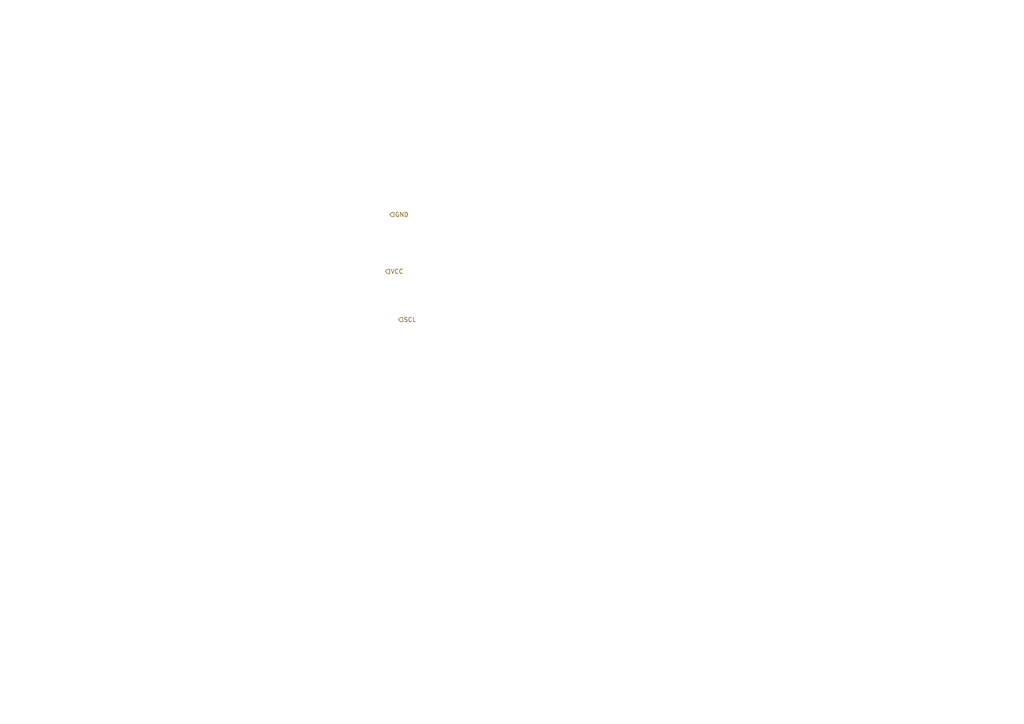
<source format=kicad_sch>
(kicad_sch
	(version 20250114)
	(generator "eeschema")
	(generator_version "9.0")
	(uuid "e24e421d-0e44-4dd6-b1a2-1ddec08a6c75")
	(paper "A4")
	(lib_symbols)
	(hierarchical_label "SCL"
		(shape input)
		(at 115.57 92.71 0)
		(effects
			(font
				(size 1.27 1.27)
			)
			(justify left)
		)
		(uuid "3f1f398f-36e0-4688-878f-231ac370fa78")
	)
	(hierarchical_label "GND"
		(shape input)
		(at 113.03 62.23 0)
		(effects
			(font
				(size 1.27 1.27)
			)
			(justify left)
		)
		(uuid "65b7ef12-5c61-46fb-89a9-a7907c9f80af")
	)
	(hierarchical_label "VCC"
		(shape input)
		(at 111.76 78.74 0)
		(effects
			(font
				(size 1.27 1.27)
			)
			(justify left)
		)
		(uuid "9b27d4ed-26bc-4942-8f36-d3d5d8a76572")
	)
)

</source>
